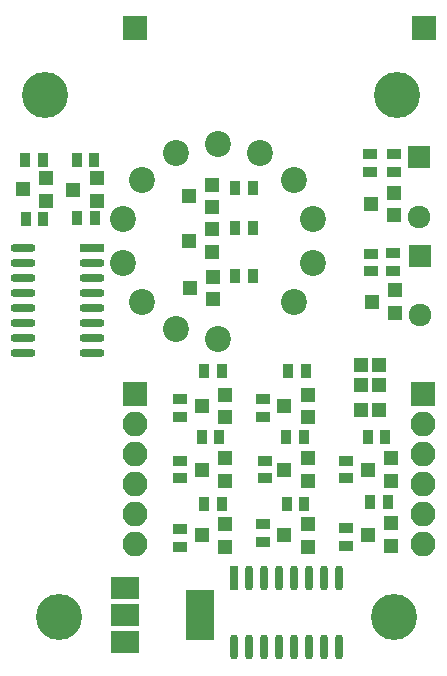
<source format=gbs>
%TF.GenerationSoftware,KiCad,Pcbnew,4.0.7*%
%TF.CreationDate,2017-11-16T21:01:15+08:00*%
%TF.ProjectId,finalRoundNixie,66696E616C526F756E644E697869652E,rev?*%
%TF.FileFunction,Soldermask,Bot*%
%FSLAX46Y46*%
G04 Gerber Fmt 4.6, Leading zero omitted, Abs format (unit mm)*
G04 Created by KiCad (PCBNEW 4.0.7) date 11/16/17 21:01:15*
%MOMM*%
%LPD*%
G01*
G04 APERTURE LIST*
%ADD10C,0.100000*%
%ADD11R,1.200000X1.150000*%
%ADD12C,3.900000*%
%ADD13C,2.200000*%
%ADD14R,1.300000X1.200000*%
%ADD15R,2.100000X2.100000*%
%ADD16R,0.900000X1.300000*%
%ADD17R,1.300000X0.900000*%
%ADD18R,0.740000X2.140000*%
%ADD19O,0.740000X2.140000*%
%ADD20R,2.140000X0.740000*%
%ADD21O,2.140000X0.740000*%
%ADD22O,2.100000X2.100000*%
%ADD23R,2.400000X4.200000*%
%ADD24R,2.400000X1.900000*%
%ADD25R,1.924000X1.924000*%
%ADD26C,1.924000*%
G04 APERTURE END LIST*
D10*
D11*
X31750000Y-30500000D03*
X30250000Y-30500000D03*
D12*
X33300000Y-7700000D03*
X3500000Y-7700000D03*
X4700000Y-51900000D03*
X33030000Y-51900000D03*
D13*
X18143155Y-11785798D03*
X14563614Y-12602805D03*
X11693045Y-14892007D03*
X10100000Y-18200000D03*
X10100000Y-21871596D03*
X11693045Y-25179589D03*
X14563614Y-27468791D03*
X18143155Y-28285798D03*
X24593265Y-25179589D03*
X26186310Y-21871596D03*
X26186310Y-18200000D03*
X24593265Y-14892007D03*
X21722696Y-12602805D03*
D14*
X3600000Y-14700000D03*
X3600000Y-16600000D03*
X1600000Y-15650000D03*
D11*
X30250000Y-34350000D03*
X31750000Y-34350000D03*
D15*
X11100000Y-2000000D03*
D14*
X7875000Y-14725000D03*
X7875000Y-16625000D03*
X5875000Y-15675000D03*
X25750000Y-33050000D03*
X25750000Y-34950000D03*
X23750000Y-34000000D03*
X18750000Y-44000000D03*
X18750000Y-45900000D03*
X16750000Y-44950000D03*
X18750000Y-38425000D03*
X18750000Y-40325000D03*
X16750000Y-39375000D03*
X32800000Y-43925000D03*
X32800000Y-45825000D03*
X30800000Y-44875000D03*
X18750000Y-33050000D03*
X18750000Y-34950000D03*
X16750000Y-34000000D03*
X25750000Y-44000000D03*
X25750000Y-45900000D03*
X23750000Y-44950000D03*
X32800000Y-38425000D03*
X32800000Y-40325000D03*
X30800000Y-39375000D03*
X25750000Y-38425000D03*
X25750000Y-40325000D03*
X23750000Y-39375000D03*
X17750000Y-23050000D03*
X17750000Y-24950000D03*
X15750000Y-24000000D03*
X17650000Y-19050000D03*
X17650000Y-20950000D03*
X15650000Y-20000000D03*
X17650000Y-15250000D03*
X17650000Y-17150000D03*
X15650000Y-16200000D03*
X33150000Y-24200000D03*
X33150000Y-26100000D03*
X31150000Y-25150000D03*
D16*
X7725000Y-18075000D03*
X6225000Y-18075000D03*
X3350000Y-18150000D03*
X1850000Y-18150000D03*
D17*
X29000000Y-44350000D03*
X29000000Y-45850000D03*
X21950000Y-33400000D03*
X21950000Y-34900000D03*
X14950000Y-44425000D03*
X14950000Y-45925000D03*
X14950000Y-38625000D03*
X14950000Y-40125000D03*
X14950000Y-33400000D03*
X14950000Y-34900000D03*
X29000000Y-38625000D03*
X29000000Y-40125000D03*
D16*
X21100000Y-23000000D03*
X19600000Y-23000000D03*
X21100000Y-18950000D03*
X19600000Y-18950000D03*
X21100000Y-15500000D03*
X19600000Y-15500000D03*
X7675000Y-13175000D03*
X6175000Y-13175000D03*
X24100000Y-31000000D03*
X25600000Y-31000000D03*
X1800000Y-13150000D03*
X3300000Y-13150000D03*
X16950000Y-42250000D03*
X18450000Y-42250000D03*
X16750000Y-36625000D03*
X18250000Y-36625000D03*
X31000000Y-42125000D03*
X32500000Y-42125000D03*
X16950000Y-31000000D03*
X18450000Y-31000000D03*
X23950000Y-42275000D03*
X25450000Y-42275000D03*
X30800000Y-36625000D03*
X32300000Y-36625000D03*
X23900000Y-36625000D03*
X25400000Y-36625000D03*
D17*
X31050000Y-22600000D03*
X31050000Y-21100000D03*
X32950000Y-21050000D03*
X32950000Y-22550000D03*
D18*
X19490000Y-48570000D03*
D19*
X20760000Y-48570000D03*
X22030000Y-48570000D03*
X23300000Y-48570000D03*
X24570000Y-48570000D03*
X25840000Y-48570000D03*
X27110000Y-48570000D03*
X27110000Y-54420000D03*
X25840000Y-54420000D03*
X24570000Y-54420000D03*
X23300000Y-54420000D03*
X22030000Y-54420000D03*
X20760000Y-54420000D03*
X19490000Y-54420000D03*
X28380000Y-48570000D03*
X28380000Y-54420000D03*
D20*
X7500000Y-20580000D03*
D21*
X7500000Y-21850000D03*
X7500000Y-23120000D03*
X7500000Y-24390000D03*
X7500000Y-25660000D03*
X7500000Y-26930000D03*
X7500000Y-28200000D03*
X1650000Y-28200000D03*
X1650000Y-26930000D03*
X1650000Y-25660000D03*
X1650000Y-24390000D03*
X1650000Y-23120000D03*
X1650000Y-21850000D03*
X1650000Y-20580000D03*
X7500000Y-29470000D03*
X1650000Y-29470000D03*
D14*
X33050000Y-15950000D03*
X33050000Y-17850000D03*
X31050000Y-16900000D03*
D17*
X31000000Y-14200000D03*
X31000000Y-12700000D03*
X33000000Y-12700000D03*
X33000000Y-14200000D03*
D15*
X11100000Y-33000000D03*
D22*
X11100000Y-35540000D03*
X11100000Y-38080000D03*
X11100000Y-40620000D03*
X11100000Y-43160000D03*
X11100000Y-45700000D03*
D11*
X31750000Y-32200000D03*
X30250000Y-32200000D03*
D17*
X21950000Y-44000000D03*
X21950000Y-45500000D03*
X22100000Y-38625000D03*
X22100000Y-40125000D03*
D23*
X16600000Y-51700000D03*
D24*
X10300000Y-51700000D03*
X10300000Y-49400000D03*
X10300000Y-54000000D03*
D15*
X35550000Y-2000000D03*
X35500000Y-33000000D03*
D22*
X35500000Y-35540000D03*
X35500000Y-38080000D03*
X35500000Y-40620000D03*
X35500000Y-43160000D03*
X35500000Y-45700000D03*
D25*
X35200000Y-21300000D03*
D26*
X35200000Y-26300000D03*
D25*
X35150000Y-12950000D03*
D26*
X35150000Y-17950000D03*
M02*

</source>
